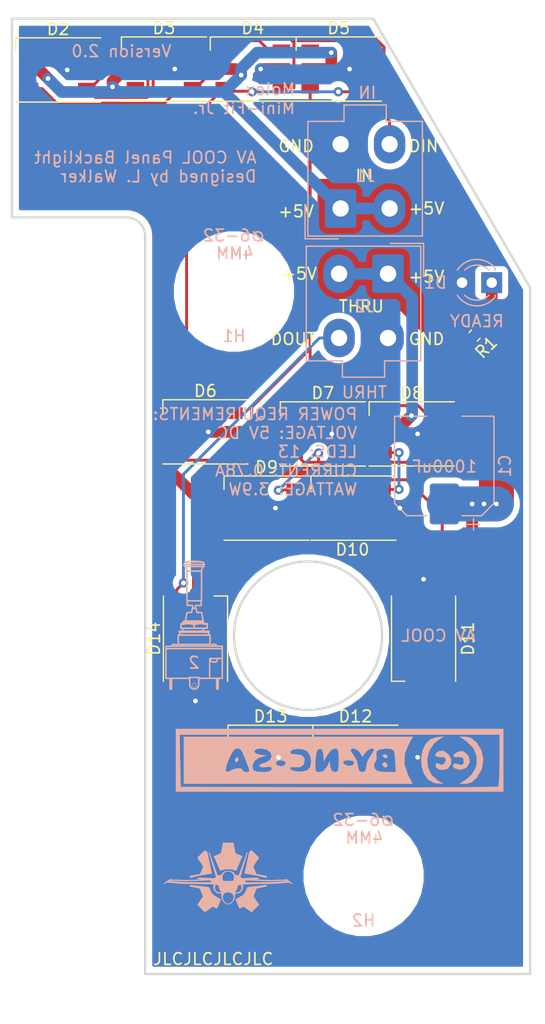
<source format=kicad_pcb>
(kicad_pcb (version 20171130) (host pcbnew "(5.1.6)-1")
  (layers (0 F.Cu signal) (31 B.Cu signal) (34 B.Paste user hide) (35 F.Paste user hide) (36 B.SilkS user) (37 F.SilkS user) (38 B.Mask user hide) (39 F.Mask user) (44 Edge.Cuts user))
  (net 0 "")
  (net 1 /LEDGND)
  (net 2 /LED+5V)
  (net 3 "Net-(D1-Pad1)")
  (net 4 /DATAIN)
  (net 5 "Net-(D10-Pad4)")
  (net 6 /DATAOUT)
  (net 7 "Net-(D2-Pad1)")
  (net 8 "Net-(D2-Pad3)")
  (net 9 "Net-(D2-Pad6)")
  (net 10 "Net-(D3-Pad1)")
  (net 11 "Net-(D3-Pad3)")
  (net 12 "Net-(D4-Pad1)")
  (net 13 "Net-(D4-Pad3)")
  (net 14 "Net-(D5-Pad1)")
  (net 15 "Net-(D5-Pad3)")
  (net 16 "Net-(D6-Pad1)")
  (net 17 "Net-(D6-Pad3)")
  (net 18 "Net-(D7-Pad1)")
  (net 19 "Net-(D7-Pad3)")
  (net 20 "Net-(D8-Pad1)")
  (net 21 "Net-(D10-Pad6)")
  (net 22 "Net-(D9-Pad1)")
  (net 23 "Net-(D10-Pad1)")
  (net 24 "Net-(D10-Pad3)")
  (net 25 "Net-(D11-Pad1)")
  (net 26 "Net-(D11-Pad3)")
  (net 27 "Net-(D12-Pad1)")
  (net 28 "Net-(D12-Pad3)")
  (net 29 "Net-(D13-Pad1)")
  (net 30 "Net-(D13-Pad3)")
  (net 31 "Net-(D14-Pad1)")
  (module OH_Backlighting:S2AL_Toggle_Silkscreen (layer F.Cu) (at 224.282 86.614)
    (fp_text reference G*** hide)
    (fp_text value "S2AL Toggle" hide)
    (fp_text user 2 (at 0.125 3.075) (layer B.SilkS) (effects (justify mirror)))
  )
  (module OH_General:OH_LOGO_ONLY_11x6mm (layer B.Cu) (at 227.33 108.204 180)
    (fp_text reference G*** hide)
    (fp_text value OH_LOGO_ONLY_11x6mm hide)
  )
  (module OH_General:CC-BY-NC-SA-Small (layer B.Cu) (at 236.982 98.044 180)
    (fp_text reference G*** hide)
    (fp_text value LOGO hide)
  )
  (module OH_Backlighting:OH_Panel_6-32_PHS (layer F.Cu) (at 238.950519 107.95001)
    (fp_text reference REF** hide)
    (fp_text value OH_Panel_Fastner_Keepout hide)
    (fp_text user 4MM (at 0.075 -3.275 180) (layer B.SilkS) (effects (justify mirror)))
    (fp_text user H2 (at 0 3.81) (layer B.SilkS) (effects (justify mirror)))
    (fp_text user ⌀6-32 (at 0 -4.8) (layer B.SilkS) (effects (justify mirror)))
    (pad "" np_thru_hole circle (at 0 0) (size 4.3 4.3) (drill 4.3) (layers *.Cu *.Mask) (clearance 3))
  )
  (module OH_Backlighting:OH_Panel_6-32_PHS (layer F.Cu) (at 227.838 57.912)
    (fp_text reference REF** hide)
    (fp_text value OH_Panel_Fastner_Keepout hide)
    (fp_text user 4MM (at 0.075 -3.275 180) (layer B.SilkS) (effects (justify mirror)))
    (fp_text user H1 (at 0 3.81) (layer B.SilkS) (effects (justify mirror)))
    (fp_text user ⌀6-32 (at 0 -4.8) (layer B.SilkS) (effects (justify mirror)))
    (pad "" np_thru_hole circle (at 0 0) (size 4.3 4.3) (drill 4.3) (layers *.Cu *.Mask) (clearance 3))
  )
  (module LED_SMD:LED_WS2812_PLCC6_5.0x5.0mm_P1.6mm (layer F.Cu) (at 224.536 87.63 270)
    (fp_text reference D14 (at 0 3.556 90) (layer F.SilkS))
    (fp_text value WS2813)
    (pad 1 smd rect (at -2.45 -1.6 270) (size 1.5 1) (layers F.Cu F.Paste F.Mask) (net 31 "Net-(D14-Pad1)"))
    (pad 2 smd rect (at -2.45 0 270) (size 1.5 1) (layers F.Cu F.Paste F.Mask) (net 2 /LED+5V))
    (pad 3 smd rect (at -2.45 1.6 270) (size 1.5 1) (layers F.Cu F.Paste F.Mask) (net 6 /DATAOUT))
    (pad 6 smd rect (at 2.45 -1.6 270) (size 1.5 1) (layers F.Cu F.Paste F.Mask) (net 28 "Net-(D12-Pad3)"))
    (pad 5 smd rect (at 2.45 0 270) (size 1.5 1) (layers F.Cu F.Paste F.Mask) (net 1 /LEDGND))
    (pad 4 smd rect (at 2.45 1.6 270) (size 1.5 1) (layers F.Cu F.Paste F.Mask) (net 30 "Net-(D13-Pad3)"))
  )
  (module LED_SMD:LED_WS2812_PLCC6_5.0x5.0mm_P1.6mm (layer F.Cu) (at 230.976 97.79)
    (fp_text reference D13 (at 0 -3.5) (layer F.SilkS))
    (fp_text value WS2813)
    (pad 1 smd rect (at -2.45 -1.6) (size 1.5 1) (layers F.Cu F.Paste F.Mask) (net 29 "Net-(D13-Pad1)"))
    (pad 2 smd rect (at -2.45 0) (size 1.5 1) (layers F.Cu F.Paste F.Mask) (net 2 /LED+5V))
    (pad 3 smd rect (at -2.45 1.6) (size 1.5 1) (layers F.Cu F.Paste F.Mask) (net 30 "Net-(D13-Pad3)"))
    (pad 6 smd rect (at 2.45 -1.6) (size 1.5 1) (layers F.Cu F.Paste F.Mask) (net 26 "Net-(D11-Pad3)"))
    (pad 5 smd rect (at 2.45 0) (size 1.5 1) (layers F.Cu F.Paste F.Mask) (net 1 /LEDGND))
    (pad 4 smd rect (at 2.45 1.6) (size 1.5 1) (layers F.Cu F.Paste F.Mask) (net 28 "Net-(D12-Pad3)"))
  )
  (module LED_SMD:LED_WS2812_PLCC6_5.0x5.0mm_P1.6mm (layer F.Cu) (at 238.252 97.79)
    (fp_text reference D12 (at 0 -3.5) (layer F.SilkS))
    (fp_text value WS2813)
    (pad 1 smd rect (at -2.45 -1.6) (size 1.5 1) (layers F.Cu F.Paste F.Mask) (net 27 "Net-(D12-Pad1)"))
    (pad 2 smd rect (at -2.45 0) (size 1.5 1) (layers F.Cu F.Paste F.Mask) (net 2 /LED+5V))
    (pad 3 smd rect (at -2.45 1.6) (size 1.5 1) (layers F.Cu F.Paste F.Mask) (net 28 "Net-(D12-Pad3)"))
    (pad 6 smd rect (at 2.45 -1.6) (size 1.5 1) (layers F.Cu F.Paste F.Mask) (net 24 "Net-(D10-Pad3)"))
    (pad 5 smd rect (at 2.45 0) (size 1.5 1) (layers F.Cu F.Paste F.Mask) (net 1 /LEDGND))
    (pad 4 smd rect (at 2.45 1.6) (size 1.5 1) (layers F.Cu F.Paste F.Mask) (net 26 "Net-(D11-Pad3)"))
  )
  (module LED_SMD:LED_WS2812_PLCC6_5.0x5.0mm_P1.6mm (layer F.Cu) (at 244.094 87.63 90)
    (fp_text reference D11 (at 0 3.81 90) (layer F.SilkS))
    (fp_text value WS2813)
    (pad 1 smd rect (at -2.45 -1.6 90) (size 1.5 1) (layers F.Cu F.Paste F.Mask) (net 25 "Net-(D11-Pad1)"))
    (pad 2 smd rect (at -2.45 0 90) (size 1.5 1) (layers F.Cu F.Paste F.Mask) (net 2 /LED+5V))
    (pad 3 smd rect (at -2.45 1.6 90) (size 1.5 1) (layers F.Cu F.Paste F.Mask) (net 26 "Net-(D11-Pad3)"))
    (pad 6 smd rect (at 2.45 -1.6 90) (size 1.5 1) (layers F.Cu F.Paste F.Mask) (net 5 "Net-(D10-Pad4)"))
    (pad 5 smd rect (at 2.45 0 90) (size 1.5 1) (layers F.Cu F.Paste F.Mask) (net 1 /LEDGND))
    (pad 4 smd rect (at 2.45 1.6 90) (size 1.5 1) (layers F.Cu F.Paste F.Mask) (net 24 "Net-(D10-Pad3)"))
  )
  (module LED_SMD:LED_WS2812_PLCC6_5.0x5.0mm_P1.6mm (layer F.Cu) (at 238.088 76.454)
    (fp_text reference D10 (at -0.09 3.556) (layer F.SilkS))
    (fp_text value WS2813)
    (pad 1 smd rect (at -2.45 -1.6) (size 1.5 1) (layers F.Cu F.Paste F.Mask) (net 23 "Net-(D10-Pad1)"))
    (pad 2 smd rect (at -2.45 0) (size 1.5 1) (layers F.Cu F.Paste F.Mask) (net 2 /LED+5V))
    (pad 3 smd rect (at -2.45 1.6) (size 1.5 1) (layers F.Cu F.Paste F.Mask) (net 24 "Net-(D10-Pad3)"))
    (pad 6 smd rect (at 2.45 -1.6) (size 1.5 1) (layers F.Cu F.Paste F.Mask) (net 21 "Net-(D10-Pad6)"))
    (pad 5 smd rect (at 2.45 0) (size 1.5 1) (layers F.Cu F.Paste F.Mask) (net 1 /LEDGND))
    (pad 4 smd rect (at 2.45 1.6) (size 1.5 1) (layers F.Cu F.Paste F.Mask) (net 5 "Net-(D10-Pad4)"))
  )
  (module LED_SMD:LED_WS2812_PLCC6_5.0x5.0mm_P1.6mm (layer F.Cu) (at 230.632 76.454)
    (fp_text reference D9 (at 0 -3.5) (layer F.SilkS))
    (fp_text value WS2813)
    (pad 1 smd rect (at -2.45 -1.6) (size 1.5 1) (layers F.Cu F.Paste F.Mask) (net 22 "Net-(D9-Pad1)"))
    (pad 2 smd rect (at -2.45 0) (size 1.5 1) (layers F.Cu F.Paste F.Mask) (net 2 /LED+5V))
    (pad 3 smd rect (at -2.45 1.6) (size 1.5 1) (layers F.Cu F.Paste F.Mask) (net 5 "Net-(D10-Pad4)"))
    (pad 6 smd rect (at 2.45 -1.6) (size 1.5 1) (layers F.Cu F.Paste F.Mask) (net 19 "Net-(D7-Pad3)"))
    (pad 5 smd rect (at 2.45 0) (size 1.5 1) (layers F.Cu F.Paste F.Mask) (net 1 /LEDGND))
    (pad 4 smd rect (at 2.45 1.6) (size 1.5 1) (layers F.Cu F.Paste F.Mask) (net 21 "Net-(D10-Pad6)"))
  )
  (module LED_SMD:LED_WS2812_PLCC6_5.0x5.0mm_P1.6mm (layer F.Cu) (at 243.078 70.104)
    (fp_text reference D8 (at 0 -3.5) (layer F.SilkS))
    (fp_text value WS2813)
    (pad 1 smd rect (at -2.45 -1.6) (size 1.5 1) (layers F.Cu F.Paste F.Mask) (net 20 "Net-(D8-Pad1)"))
    (pad 2 smd rect (at -2.45 0) (size 1.5 1) (layers F.Cu F.Paste F.Mask) (net 2 /LED+5V))
    (pad 3 smd rect (at -2.45 1.6) (size 1.5 1) (layers F.Cu F.Paste F.Mask) (net 21 "Net-(D10-Pad6)"))
    (pad 6 smd rect (at 2.45 -1.6) (size 1.5 1) (layers F.Cu F.Paste F.Mask) (net 17 "Net-(D6-Pad3)"))
    (pad 5 smd rect (at 2.45 0) (size 1.5 1) (layers F.Cu F.Paste F.Mask) (net 1 /LEDGND))
    (pad 4 smd rect (at 2.45 1.6) (size 1.5 1) (layers F.Cu F.Paste F.Mask) (net 19 "Net-(D7-Pad3)"))
  )
  (module LED_SMD:LED_WS2812_PLCC6_5.0x5.0mm_P1.6mm (layer F.Cu) (at 235.458 70.104)
    (fp_text reference D7 (at 0 -3.5) (layer F.SilkS))
    (fp_text value WS2813)
    (pad 1 smd rect (at -2.45 -1.6) (size 1.5 1) (layers F.Cu F.Paste F.Mask) (net 18 "Net-(D7-Pad1)"))
    (pad 2 smd rect (at -2.45 0) (size 1.5 1) (layers F.Cu F.Paste F.Mask) (net 2 /LED+5V))
    (pad 3 smd rect (at -2.45 1.6) (size 1.5 1) (layers F.Cu F.Paste F.Mask) (net 19 "Net-(D7-Pad3)"))
    (pad 6 smd rect (at 2.45 -1.6) (size 1.5 1) (layers F.Cu F.Paste F.Mask) (net 15 "Net-(D5-Pad3)"))
    (pad 5 smd rect (at 2.45 0) (size 1.5 1) (layers F.Cu F.Paste F.Mask) (net 1 /LEDGND))
    (pad 4 smd rect (at 2.45 1.6) (size 1.5 1) (layers F.Cu F.Paste F.Mask) (net 17 "Net-(D6-Pad3)"))
  )
  (module LED_SMD:LED_WS2812_PLCC6_5.0x5.0mm_P1.6mm (layer F.Cu) (at 225.388 69.926)
    (fp_text reference D6 (at 0 -3.5) (layer F.SilkS))
    (fp_text value WS2813)
    (pad 1 smd rect (at -2.45 -1.6) (size 1.5 1) (layers F.Cu F.Paste F.Mask) (net 16 "Net-(D6-Pad1)"))
    (pad 2 smd rect (at -2.45 0) (size 1.5 1) (layers F.Cu F.Paste F.Mask) (net 2 /LED+5V))
    (pad 3 smd rect (at -2.45 1.6) (size 1.5 1) (layers F.Cu F.Paste F.Mask) (net 17 "Net-(D6-Pad3)"))
    (pad 6 smd rect (at 2.45 -1.6) (size 1.5 1) (layers F.Cu F.Paste F.Mask) (net 13 "Net-(D4-Pad3)"))
    (pad 5 smd rect (at 2.45 0) (size 1.5 1) (layers F.Cu F.Paste F.Mask) (net 1 /LEDGND))
    (pad 4 smd rect (at 2.45 1.6) (size 1.5 1) (layers F.Cu F.Paste F.Mask) (net 15 "Net-(D5-Pad3)"))
  )
  (module LED_SMD:LED_WS2812_PLCC6_5.0x5.0mm_P1.6mm (layer F.Cu) (at 236.818 38.862)
    (fp_text reference D5 (at 0 -3.5) (layer F.SilkS))
    (fp_text value WS2813)
    (pad 1 smd rect (at -2.45 -1.6) (size 1.5 1) (layers F.Cu F.Paste F.Mask) (net 14 "Net-(D5-Pad1)"))
    (pad 2 smd rect (at -2.45 0) (size 1.5 1) (layers F.Cu F.Paste F.Mask) (net 2 /LED+5V))
    (pad 3 smd rect (at -2.45 1.6) (size 1.5 1) (layers F.Cu F.Paste F.Mask) (net 15 "Net-(D5-Pad3)"))
    (pad 6 smd rect (at 2.45 -1.6) (size 1.5 1) (layers F.Cu F.Paste F.Mask) (net 11 "Net-(D3-Pad3)"))
    (pad 5 smd rect (at 2.45 0) (size 1.5 1) (layers F.Cu F.Paste F.Mask) (net 1 /LEDGND))
    (pad 4 smd rect (at 2.45 1.6) (size 1.5 1) (layers F.Cu F.Paste F.Mask) (net 13 "Net-(D4-Pad3)"))
  )
  (module LED_SMD:LED_WS2812_PLCC6_5.0x5.0mm_P1.6mm (layer F.Cu) (at 229.452 38.862)
    (fp_text reference D4 (at 0 -3.5) (layer F.SilkS))
    (fp_text value WS2813)
    (pad 1 smd rect (at -2.45 -1.6) (size 1.5 1) (layers F.Cu F.Paste F.Mask) (net 12 "Net-(D4-Pad1)"))
    (pad 2 smd rect (at -2.45 0) (size 1.5 1) (layers F.Cu F.Paste F.Mask) (net 2 /LED+5V))
    (pad 3 smd rect (at -2.45 1.6) (size 1.5 1) (layers F.Cu F.Paste F.Mask) (net 13 "Net-(D4-Pad3)"))
    (pad 6 smd rect (at 2.45 -1.6) (size 1.5 1) (layers F.Cu F.Paste F.Mask) (net 8 "Net-(D2-Pad3)"))
    (pad 5 smd rect (at 2.45 0) (size 1.5 1) (layers F.Cu F.Paste F.Mask) (net 1 /LEDGND))
    (pad 4 smd rect (at 2.45 1.6) (size 1.5 1) (layers F.Cu F.Paste F.Mask) (net 11 "Net-(D3-Pad3)"))
  )
  (module LED_SMD:LED_WS2812_PLCC6_5.0x5.0mm_P1.6mm (layer F.Cu) (at 221.832 38.862)
    (fp_text reference D3 (at 0 -3.5) (layer F.SilkS))
    (fp_text value WS2813)
    (pad 1 smd rect (at -2.45 -1.6) (size 1.5 1) (layers F.Cu F.Paste F.Mask) (net 10 "Net-(D3-Pad1)"))
    (pad 2 smd rect (at -2.45 0) (size 1.5 1) (layers F.Cu F.Paste F.Mask) (net 2 /LED+5V))
    (pad 3 smd rect (at -2.45 1.6) (size 1.5 1) (layers F.Cu F.Paste F.Mask) (net 11 "Net-(D3-Pad3)"))
    (pad 6 smd rect (at 2.45 -1.6) (size 1.5 1) (layers F.Cu F.Paste F.Mask) (net 4 /DATAIN))
    (pad 5 smd rect (at 2.45 0) (size 1.5 1) (layers F.Cu F.Paste F.Mask) (net 1 /LEDGND))
    (pad 4 smd rect (at 2.45 1.6) (size 1.5 1) (layers F.Cu F.Paste F.Mask) (net 8 "Net-(D2-Pad3)"))
  )
  (module LED_SMD:LED_WS2812_PLCC6_5.0x5.0mm_P1.6mm (layer F.Cu) (at 212.762 38.938)
    (fp_text reference D2 (at 0 -3.5) (layer F.SilkS))
    (fp_text value WS2813)
    (pad 1 smd rect (at -2.45 -1.6) (size 1.5 1) (layers F.Cu F.Paste F.Mask) (net 7 "Net-(D2-Pad1)"))
    (pad 2 smd rect (at -2.45 0) (size 1.5 1) (layers F.Cu F.Paste F.Mask) (net 2 /LED+5V))
    (pad 3 smd rect (at -2.45 1.6) (size 1.5 1) (layers F.Cu F.Paste F.Mask) (net 8 "Net-(D2-Pad3)"))
    (pad 6 smd rect (at 2.45 -1.6) (size 1.5 1) (layers F.Cu F.Paste F.Mask) (net 9 "Net-(D2-Pad6)"))
    (pad 5 smd rect (at 2.45 0) (size 1.5 1) (layers F.Cu F.Paste F.Mask) (net 1 /LEDGND))
    (pad 4 smd rect (at 2.45 1.6) (size 1.5 1) (layers F.Cu F.Paste F.Mask) (net 4 /DATAIN))
  )
  (module Resistor_SMD:R_0603_1608Metric (layer F.Cu) (at 248.460847 61.673153 225)
    (fp_text reference R1 (at 0 -1.43 45) (layer F.SilkS))
    (fp_text value R)
    (pad 2 smd roundrect (at 0.7875 0 225) (size 0.875 0.95) (layers F.Cu F.Paste F.Mask) (net 2 /LED+5V))
    (pad 1 smd roundrect (at -0.7875 0 225) (size 0.875 0.95) (layers F.Cu F.Paste F.Mask) (net 3 "Net-(D1-Pad1)"))
  )
  (module Connector_Molex:Molex_Mini-Fit_Jr_5566-04A_2x02_P4.20mm_Vertical (layer B.Cu) (at 241.046 56.388 180)
    (fp_text reference J2 (at 2.032 -2.794) (layer B.SilkS) (effects (justify mirror)))
    (fp_text value Conn_01x04_Female)
    (pad 4 thru_hole oval (at 4.2 -5.5 180) (size 2.7 3.3) (drill 1.4) (layers *.Cu *.Mask) (net 6 /DATAOUT))
    (pad 3 thru_hole oval (at 0 -5.5 180) (size 2.7 3.3) (drill 1.4) (layers *.Cu *.Mask) (net 1 /LEDGND))
    (pad 2 thru_hole oval (at 4.2 0 180) (size 2.7 3.3) (drill 1.4) (layers *.Cu *.Mask) (net 2 /LED+5V))
    (pad 1 thru_hole roundrect (at 0 0 180) (size 2.7 3.3) (drill 1.4) (layers *.Cu *.Mask) (roundrect_rratio 0.09259299999999999) (net 2 /LED+5V))
  )
  (module Connector_Molex:Molex_Mini-Fit_Jr_5566-04A_2x02_P4.20mm_Vertical (layer B.Cu) (at 236.982 50.8)
    (fp_text reference J1 (at 2.1 -2.794) (layer B.SilkS) (effects (justify mirror)))
    (fp_text value Conn_01x04_Female)
    (pad 4 thru_hole oval (at 4.2 -5.5) (size 2.7 3.3) (drill 1.4) (layers *.Cu *.Mask) (net 4 /DATAIN))
    (pad 3 thru_hole oval (at 0 -5.5) (size 2.7 3.3) (drill 1.4) (layers *.Cu *.Mask) (net 1 /LEDGND))
    (pad 2 thru_hole oval (at 4.2 0) (size 2.7 3.3) (drill 1.4) (layers *.Cu *.Mask) (net 2 /LED+5V))
    (pad 1 thru_hole roundrect (at 0 0) (size 2.7 3.3) (drill 1.4) (layers *.Cu *.Mask) (roundrect_rratio 0.09259299999999999) (net 2 /LED+5V))
  )
  (module LED_THT:LED_D3.0mm (layer B.Cu) (at 249.936 57.15 180)
    (fp_text reference D1 (at 4.826 0) (layer B.SilkS) (effects (justify mirror)))
    (fp_text value LED)
    (pad 2 thru_hole circle (at 2.54 0 180) (size 1.8 1.8) (drill 0.9) (layers *.Cu *.Mask) (net 1 /LEDGND))
    (pad 1 thru_hole rect (at 0 0 180) (size 1.8 1.8) (drill 0.9) (layers *.Cu *.Mask) (net 3 "Net-(D1-Pad1)"))
  )
  (module Capacitor_SMD:CP_Elec_8x10 (layer B.Cu) (at 245.872 72.846 90)
    (fp_text reference C1 (at 0 5.2 90) (layer B.SilkS) (effects (justify mirror)))
    (fp_text value C_Polarized)
    (pad 2 smd roundrect (at 3.25 0 90) (size 3.5 2.5) (layers B.Cu B.Paste B.Mask) (roundrect_rratio 0.1) (net 1 /LEDGND))
    (pad 1 smd roundrect (at -3.25 0 90) (size 3.5 2.5) (layers B.Cu B.Paste B.Mask) (roundrect_rratio 0.1) (net 2 /LED+5V))
  )
  (gr_text "Version 2.0" (at 218.186 37.338) (layer B.SilkS) (effects (font (size 1 1)) (justify mirror)))
  (gr_text IN (at 239.014 48.006) (layer F.SilkS) (effects (font (size 1 1))))
  (gr_text THRU (at 238.76 59.182) (layer F.SilkS) (effects (font (size 1 1))))
  (gr_text GND (at 244.348 61.976) (layer F.SilkS) (effects (font (size 1 1))))
  (gr_text DOUT (at 232.918 61.976) (layer F.SilkS) (effects (font (size 1 1))))
  (gr_text DIN (at 244.094 45.466) (layer F.SilkS) (effects (font (size 1 1))))
  (gr_text +5V (at 244.348 56.642) (layer F.SilkS) (effects (font (size 1 1))))
  (gr_text +5V (at 233.426 56.388) (layer F.SilkS) (effects (font (size 1 1))))
  (gr_text +5V (at 244.348 50.8) (layer F.SilkS) (effects (font (size 1 1))))
  (gr_text +5V (at 233.172 51.054) (layer F.SilkS) (effects (font (size 1 1))))
  (gr_text GND (at 233.172 45.466) (layer F.SilkS) (effects (font (size 1 1))))
  (gr_text "AV COOL" (at 245.364 87.376) (layer B.SilkS) (effects (font (size 1 1)) (justify mirror)))
  (gr_text IN (at 239.268 40.894) (layer B.SilkS) (effects (font (size 1 1)) (justify mirror)))
  (gr_circle (center 234.188019 87.37601) (end 240.538019 87.37601) (layer Edge.Cuts) (width 0.2))
  (gr_line (start 208.788 34.544) (end 208.78791 51.562057) (layer Edge.Cuts) (width 0.2))
  (gr_line (start 208.78791 51.562057) (end 218.630544 51.562057) (layer Edge.Cuts) (width 0.2))
  (gr_arc (start 218.630519 53.14951) (end 220.218019 53.14951) (angle -90) (layer Edge.Cuts) (width 0.2))
  (gr_line (start 253.237954 116.332041) (end 253.237954 57.594524) (layer Edge.Cuts) (width 0.2))
  (gr_line (start 220.218019 53.14951) (end 220.217935 116.332041) (layer Edge.Cuts) (width 0.2))
  (gr_line (start 220.217889 116.332041) (end 253.237954 116.332041) (layer Edge.Cuts) (width 0.2))
  (gr_line (start 253.237954 57.594524) (end 239.776 34.544) (layer Edge.Cuts) (width 0.2))
  (gr_line (start 239.776 34.544) (end 208.788 34.544) (layer Edge.Cuts) (width 0.2))
  (gr_text JLCJLCJLCJLC (at 226.06 115.062) (layer F.SilkS) (effects (font (size 1 1))))
  (gr_text 1000uF (at 245.872 72.898) (layer B.SilkS) (effects (font (size 1 1)) (justify mirror)))
  (gr_text "AV COOL Panel Backlight\nDesigned by L. Walker" (at 229.87 47.244) (layer B.SilkS) (effects (font (size 1 1)) (justify left mirror)))
  (gr_text "READY\n" (at 248.666 60.452) (layer B.SilkS) (effects (font (size 1 1)) (justify mirror)))
  (gr_text "Molex\nMini-Fit Jr." (at 233.172 41.402) (layer B.SilkS) (effects (font (size 1 1)) (justify left mirror)))
  (gr_text THRU (at 239.014 66.548) (layer B.SilkS) (effects (font (size 1 1)) (justify mirror)))
  (gr_text "POWER REQUIREMENTS:\nVOLTAGE: 5V DC\nLEDS: 13\nCURRENT: 0.78A\nWATTAGE: 3.9W" (at 238.506 71.628) (layer B.SilkS) (effects (font (size 1 1)) (justify left mirror)))
  (segment (start 240.702 97.79) (end 243.586 97.79) (width 1) (layer F.Cu) (net 1))
  (segment (start 233.426 97.79) (end 231.648 97.79) (width 1) (layer F.Cu) (net 1))
  (segment (start 224.536 90.08) (end 224.536 92.964) (width 1) (layer F.Cu) (net 1))
  (segment (start 233.082 76.454) (end 231.394 76.454) (width 1) (layer F.Cu) (net 1))
  (segment (start 244.094 85.18) (end 244.094 82.55) (width 1) (layer F.Cu) (net 1))
  (segment (start 237.908 70.104) (end 236.22 70.104) (width 1) (layer F.Cu) (net 1))
  (segment (start 245.528 70.104) (end 243.586 70.104) (width 1) (layer F.Cu) (net 1))
  (segment (start 215.212 38.938) (end 213.538 38.938) (width 1) (layer F.Cu) (net 1))
  (segment (start 224.282 38.862) (end 222.758 38.862) (width 1) (layer F.Cu) (net 1))
  (segment (start 231.902 38.862) (end 230.124 38.862) (width 1) (layer F.Cu) (net 1))
  (segment (start 239.268 38.862) (end 237.744 38.862) (width 1) (layer F.Cu) (net 1))
  (via (at 243.586 97.79) (size 1) (layers F.Cu B.Cu) (net 1))
  (via (at 231.648 97.79) (size 1) (layers F.Cu B.Cu) (net 1))
  (via (at 224.536 92.964) (size 1) (layers F.Cu B.Cu) (net 1))
  (via (at 231.394 76.454) (size 1) (layers F.Cu B.Cu) (net 1))
  (via (at 244.094 82.55) (size 1) (layers F.Cu B.Cu) (net 1))
  (via (at 236.22 70.104) (size 1) (layers F.Cu B.Cu) (net 1))
  (via (at 243.586 70.104) (size 1) (layers F.Cu B.Cu) (net 1))
  (via (at 213.538 38.938) (size 1) (layers F.Cu B.Cu) (net 1))
  (via (at 222.758 38.862) (size 1) (layers F.Cu B.Cu) (net 1))
  (via (at 230.124 38.862) (size 1) (layers F.Cu B.Cu) (net 1))
  (via (at 237.744 38.862) (size 1) (layers F.Cu B.Cu) (net 1))
  (segment (start 240.538 76.454) (end 242.062 76.454) (width 1) (layer F.Cu) (net 1))
  (segment (start 242.062 76.454) (end 242.062 76.454) (width 1) (layer F.Cu) (net 1))
  (via (at 242.062 76.454) (size 1) (drill 0.4) (layers F.Cu B.Cu) (net 1))
  (segment (start 227.838 69.926) (end 225.628 69.926) (width 1) (layer F.Cu) (net 1))
  (segment (start 225.628 69.926) (end 225.628 69.926) (width 1) (layer F.Cu) (net 1))
  (via (at 225.628 69.926) (size 1) (drill 0.4) (layers F.Cu B.Cu) (net 1))
  (segment (start 240.628 70.104) (end 242.0783 70.104) (width 1) (layer F.Cu) (net 2))
  (segment (start 243.057 68.5356) (end 242.0783 69.5143) (width 1) (layer F.Cu) (net 2))
  (segment (start 242.0783 69.5143) (end 242.0783 70.104) (width 1) (layer F.Cu) (net 2))
  (segment (start 241.046 56.388) (end 243.1167 58.4587) (width 1) (layer B.Cu) (net 2))
  (segment (start 243.1167 58.4587) (end 243.1167 68.4759) (width 1) (layer B.Cu) (net 2))
  (segment (start 243.1167 68.4759) (end 243.057 68.5356) (width 1) (layer B.Cu) (net 2))
  (segment (start 236.846 56.388) (end 241.046 56.388) (width 1) (layer B.Cu) (net 2))
  (segment (start 230.8482 99.4112) (end 229.2269 97.79) (width 1) (layer F.Cu) (net 2))
  (segment (start 229.2269 97.79) (end 228.526 97.79) (width 1) (layer F.Cu) (net 2))
  (segment (start 237.2523 100.234) (end 236.8796 100.6067) (width 1) (layer F.Cu) (net 2))
  (segment (start 236.8796 100.6067) (end 232.0436 100.6067) (width 1) (layer F.Cu) (net 2))
  (segment (start 232.0436 100.6067) (end 230.8482 99.4112) (width 1) (layer F.Cu) (net 2))
  (segment (start 224.536 86.6303) (end 224.0526 86.6303) (width 1) (layer F.Cu) (net 2))
  (segment (start 224.0526 86.6303) (end 221.6864 88.9965) (width 1) (layer F.Cu) (net 2))
  (segment (start 221.6864 88.9965) (end 221.6864 94.8179) (width 1) (layer F.Cu) (net 2))
  (segment (start 221.6864 94.8179) (end 227.4589 100.5904) (width 1) (layer F.Cu) (net 2))
  (segment (start 227.4589 100.5904) (end 229.669 100.5904) (width 1) (layer F.Cu) (net 2))
  (segment (start 229.669 100.5904) (end 230.8482 99.4112) (width 1) (layer F.Cu) (net 2))
  (segment (start 224.536 85.18) (end 224.536 86.6303) (width 1) (layer F.Cu) (net 2))
  (segment (start 224.536 84.4548) (end 224.536 85.18) (width 1) (layer F.Cu) (net 2))
  (segment (start 224.536 84.4548) (end 224.536 83.7297) (width 1) (layer F.Cu) (net 2))
  (segment (start 237.2523 97.79) (end 237.2523 100.234) (width 1) (layer F.Cu) (net 2))
  (segment (start 237.2523 100.234) (end 237.6087 100.5904) (width 1) (layer F.Cu) (net 2))
  (segment (start 237.6087 100.5904) (end 243.1977 100.5904) (width 1) (layer F.Cu) (net 2))
  (segment (start 243.1977 100.5904) (end 246.8944 96.8937) (width 1) (layer F.Cu) (net 2))
  (segment (start 246.8944 96.8937) (end 246.8944 89.04) (width 1) (layer F.Cu) (net 2))
  (segment (start 246.8944 89.04) (end 245.6108 87.7564) (width 1) (layer F.Cu) (net 2))
  (segment (start 245.6108 87.7564) (end 244.9673 87.7564) (width 1) (layer F.Cu) (net 2))
  (segment (start 244.9673 87.7564) (end 244.094 88.6297) (width 1) (layer F.Cu) (net 2))
  (segment (start 248.262 76.096) (end 248.262 85.1052) (width 1) (layer F.Cu) (net 2))
  (segment (start 248.262 85.1052) (end 245.6108 87.7564) (width 1) (layer F.Cu) (net 2))
  (segment (start 235.802 97.79) (end 237.2523 97.79) (width 1) (layer F.Cu) (net 2))
  (segment (start 228.4523 39.3775) (end 228.4523 38.821) (width 1) (layer B.Cu) (net 2))
  (segment (start 228.4523 38.821) (end 229.8185 37.4548) (width 1) (layer B.Cu) (net 2))
  (segment (start 229.8185 37.4548) (end 236.18 37.4548) (width 1) (layer B.Cu) (net 2))
  (segment (start 227.0059 40.8239) (end 228.4523 39.3775) (width 1) (layer B.Cu) (net 2))
  (segment (start 227.5408 76.454) (end 227.5408 76.4549) (width 1) (layer F.Cu) (net 2))
  (segment (start 227.5408 76.4549) (end 227.5407 76.4549) (width 1) (layer F.Cu) (net 2))
  (segment (start 227.5407 76.4549) (end 224.7446 79.251) (width 1) (layer F.Cu) (net 2))
  (segment (start 224.7446 79.251) (end 224.7446 83.5211) (width 1) (layer F.Cu) (net 2))
  (segment (start 224.7446 83.5211) (end 224.536 83.7297) (width 1) (layer F.Cu) (net 2))
  (segment (start 228.182 76.454) (end 227.5408 76.454) (width 1) (layer F.Cu) (net 2))
  (segment (start 227.4569 76.454) (end 226.7317 76.454) (width 1) (layer F.Cu) (net 2))
  (segment (start 227.4569 76.454) (end 227.5408 76.454) (width 1) (layer F.Cu) (net 2))
  (segment (start 225.5502 75.2033) (end 226.7317 76.3848) (width 1) (layer F.Cu) (net 2))
  (segment (start 226.7317 76.3848) (end 226.7317 76.454) (width 1) (layer F.Cu) (net 2))
  (segment (start 233.008 70.104) (end 232.3088 70.104) (width 1) (layer F.Cu) (net 2))
  (segment (start 232.3088 70.104) (end 231.5576 70.8552) (width 1) (layer F.Cu) (net 2))
  (segment (start 231.5576 70.8552) (end 231.5576 72.4169) (width 1) (layer F.Cu) (net 2))
  (segment (start 230.3298 73.6447) (end 227.1088 73.6447) (width 1) (layer F.Cu) (net 2))
  (segment (start 227.1088 73.6447) (end 225.5502 75.2033) (width 1) (layer F.Cu) (net 2))
  (segment (start 221.4877 69.926) (end 221.4877 72.3915) (width 1) (layer F.Cu) (net 2))
  (segment (start 221.4877 72.3915) (end 224.2995 75.2033) (width 1) (layer F.Cu) (net 2))
  (segment (start 224.2995 75.2033) (end 225.5502 75.2033) (width 1) (layer F.Cu) (net 2))
  (segment (start 222.938 69.926) (end 221.4877 69.926) (width 1) (layer F.Cu) (net 2))
  (segment (start 227.0059 40.8239) (end 236.982 50.8) (width 1) (layer B.Cu) (net 2))
  (segment (start 244.094 90.08) (end 244.094 88.6297) (width 1) (layer F.Cu) (net 2))
  (segment (start 236.982 50.8) (end 241.182 50.8) (width 1) (layer B.Cu) (net 2))
  (segment (start 249.278 76.096) (end 250.34 76.096) (width 3) (layer B.Cu) (net 2))
  (segment (start 245.872 76.096) (end 248.262 76.096) (width 3) (layer B.Cu) (net 2))
  (segment (start 248.262 76.096) (end 249.278 76.096) (width 3) (layer B.Cu) (net 2))
  (via (at 243.057 68.5356) (size 1) (layers F.Cu B.Cu) (net 2))
  (via (at 236.18 37.4548) (size 1) (layers F.Cu B.Cu) (net 2))
  (via (at 228.4523 39.3775) (size 1) (layers F.Cu B.Cu) (net 2))
  (via (at 211.8915 39.6724) (size 1) (layers F.Cu B.Cu) (net 2))
  (via (at 248.262 76.096) (size 1) (layers F.Cu B.Cu) (net 2))
  (via (at 249.278 76.096) (size 1) (layers F.Cu B.Cu) (net 2))
  (via (at 250.34 76.096) (size 1) (layers F.Cu B.Cu) (net 2))
  (segment (start 218.471998 38.862) (end 217.424 39.909998) (width 1) (layer F.Cu) (net 2))
  (segment (start 219.382 38.862) (end 218.471998 38.862) (width 1) (layer F.Cu) (net 2))
  (segment (start 217.424 39.909998) (end 217.424 40.386) (width 1) (layer F.Cu) (net 2))
  (segment (start 217.424 40.386) (end 217.424 40.386) (width 1) (layer F.Cu) (net 2))
  (via (at 217.424 40.386) (size 1) (drill 0.4) (layers F.Cu B.Cu) (net 2))
  (segment (start 227.0059 40.8239) (end 217.7481 40.8239) (width 1) (layer B.Cu) (net 2))
  (segment (start 217.7481 40.7101) (end 217.424 40.386) (width 1) (layer B.Cu) (net 2))
  (segment (start 217.7481 40.8239) (end 217.7481 40.7101) (width 1) (layer B.Cu) (net 2))
  (segment (start 213.043 40.8239) (end 211.8915 39.6724) (width 1) (layer B.Cu) (net 2))
  (segment (start 217.7481 40.8239) (end 213.043 40.8239) (width 1) (layer B.Cu) (net 2))
  (segment (start 211.1571 38.938) (end 211.8915 39.6724) (width 1) (layer F.Cu) (net 2))
  (segment (start 210.312 38.938) (end 211.1571 38.938) (width 1) (layer F.Cu) (net 2))
  (segment (start 227.9368 38.862) (end 228.4523 39.3775) (width 1) (layer F.Cu) (net 2))
  (segment (start 227.002 38.862) (end 227.9368 38.862) (width 1) (layer F.Cu) (net 2))
  (segment (start 236.18 38.8) (end 236.18 37.4548) (width 1) (layer F.Cu) (net 2))
  (segment (start 236.118 38.862) (end 236.18 38.8) (width 1) (layer F.Cu) (net 2))
  (segment (start 234.368 38.862) (end 236.118 38.862) (width 1) (layer F.Cu) (net 2))
  (segment (start 231.850011 73.354011) (end 231.23525 72.73925) (width 1) (layer F.Cu) (net 2))
  (segment (start 237.088001 73.793999) (end 236.648013 73.354011) (width 1) (layer F.Cu) (net 2))
  (segment (start 237.088001 75.914001) (end 237.088001 73.793999) (width 1) (layer F.Cu) (net 2))
  (segment (start 236.648013 73.354011) (end 231.850011 73.354011) (width 1) (layer F.Cu) (net 2))
  (segment (start 236.548002 76.454) (end 237.088001 75.914001) (width 1) (layer F.Cu) (net 2))
  (segment (start 235.638 76.454) (end 236.548002 76.454) (width 1) (layer F.Cu) (net 2))
  (segment (start 231.23525 72.73925) (end 230.3298 73.6447) (width 1) (layer F.Cu) (net 2))
  (segment (start 231.5576 72.4169) (end 231.23525 72.73925) (width 1) (layer F.Cu) (net 2))
  (segment (start 248.262 76.096) (end 250.34 76.096) (width 3) (layer F.Cu) (net 2))
  (segment (start 250.34 65.682) (end 241.046 56.388) (width 3) (layer F.Cu) (net 2))
  (segment (start 250.34 76.096) (end 250.34 65.682) (width 3) (layer F.Cu) (net 2))
  (segment (start 249.017694 61.116306) (end 249.936 60.198) (width 1) (layer F.Cu) (net 3))
  (segment (start 249.936 60.198) (end 249.936 57.15) (width 1) (layer F.Cu) (net 3))
  (segment (start 217.372 37.5133) (end 219.447 35.4379) (width 0.25) (layer F.Cu) (net 4))
  (segment (start 219.447 35.4379) (end 239.164 35.4379) (width 0.25) (layer F.Cu) (net 4))
  (segment (start 239.164 35.4379) (end 240.707 36.9804) (width 0.25) (layer F.Cu) (net 4))
  (segment (start 240.707 36.9804) (end 240.707 42.8497) (width 0.25) (layer F.Cu) (net 4))
  (segment (start 240.707 42.8497) (end 241.182 43.3247) (width 0.25) (layer F.Cu) (net 4))
  (segment (start 241.182 43.3247) (end 241.182 45.3) (width 0.25) (layer F.Cu) (net 4))
  (segment (start 215.212 40.538) (end 215.494 40.538) (width 0.25) (layer F.Cu) (net 4))
  (segment (start 215.494 40.538) (end 217.372 38.66) (width 0.25) (layer F.Cu) (net 4))
  (segment (start 217.372 38.66) (end 217.372 37.5133) (width 0.25) (layer F.Cu) (net 4))
  (segment (start 220.392001 41.287001) (end 215.961001 41.287001) (width 0.25) (layer F.Cu) (net 4))
  (segment (start 223.102579 37.262) (end 220.90701 39.457502) (width 0.25) (layer F.Cu) (net 4))
  (segment (start 215.961001 41.287001) (end 215.212 40.538) (width 0.25) (layer F.Cu) (net 4))
  (segment (start 220.90701 40.771992) (end 220.392001 41.287001) (width 0.25) (layer F.Cu) (net 4))
  (segment (start 220.90701 39.457502) (end 220.90701 40.771992) (width 0.25) (layer F.Cu) (net 4))
  (segment (start 224.282 37.262) (end 223.102579 37.262) (width 0.25) (layer F.Cu) (net 4))
  (segment (start 228.182 78.054) (end 229.257 78.054) (width 0.25) (layer F.Cu) (net 5))
  (segment (start 229.257 78.054) (end 230.533 79.3299) (width 0.25) (layer F.Cu) (net 5))
  (segment (start 230.533 79.3299) (end 238.907 79.3299) (width 0.25) (layer F.Cu) (net 5))
  (segment (start 240.538 78.054) (end 239.463 78.054) (width 0.25) (layer F.Cu) (net 5))
  (segment (start 239.463 78.054) (end 238.907 78.6093) (width 0.25) (layer F.Cu) (net 5))
  (segment (start 238.907 78.6093) (end 238.907 79.3299) (width 0.25) (layer F.Cu) (net 5))
  (segment (start 242.494 85.18) (end 242.494 84.1047) (width 0.25) (layer F.Cu) (net 5))
  (segment (start 242.494 84.1047) (end 238.907 80.5181) (width 0.25) (layer F.Cu) (net 5))
  (segment (start 238.907 80.5181) (end 238.907 79.3299) (width 0.25) (layer F.Cu) (net 5))
  (segment (start 236.846 61.888) (end 235.171 61.888) (width 0.25) (layer B.Cu) (net 6))
  (segment (start 235.171 61.888) (end 223.504 73.5549) (width 0.25) (layer B.Cu) (net 6))
  (segment (start 223.504 73.5549) (end 223.504 82.8621) (width 0.25) (layer B.Cu) (net 6))
  (segment (start 223.504 82.8621) (end 222.936 83.4299) (width 0.25) (layer F.Cu) (net 6))
  (segment (start 222.936 83.4299) (end 222.936 85.18) (width 0.25) (layer F.Cu) (net 6))
  (via (at 223.504 82.8621) (size 0.8) (layers F.Cu B.Cu) (net 6))
  (segment (start 224.282 40.462) (end 224.579 40.462) (width 0.25) (layer F.Cu) (net 8))
  (segment (start 224.579 40.462) (end 225.357 39.6833) (width 0.25) (layer F.Cu) (net 8))
  (segment (start 225.357 39.6833) (end 225.357 37.1834) (width 0.25) (layer F.Cu) (net 8))
  (segment (start 225.357 37.1834) (end 226.104 36.4367) (width 0.25) (layer F.Cu) (net 8))
  (segment (start 226.104 36.4367) (end 230.001 36.4367) (width 0.25) (layer F.Cu) (net 8))
  (segment (start 230.001 36.4367) (end 230.827 37.262) (width 0.25) (layer F.Cu) (net 8))
  (segment (start 230.827 37.262) (end 231.902 37.262) (width 0.25) (layer F.Cu) (net 8))
  (segment (start 210.312 40.538) (end 211.387 40.538) (width 0.25) (layer F.Cu) (net 8))
  (segment (start 211.387 40.538) (end 212.633 41.7835) (width 0.25) (layer F.Cu) (net 8))
  (segment (start 212.633 41.7835) (end 221.885 41.7835) (width 0.25) (layer F.Cu) (net 8))
  (segment (start 221.885 41.7835) (end 223.207 40.462) (width 0.25) (layer F.Cu) (net 8))
  (segment (start 223.207 40.462) (end 224.282 40.462) (width 0.25) (layer F.Cu) (net 8))
  (segment (start 231.902 40.462) (end 232.977 40.462) (width 0.25) (layer F.Cu) (net 11))
  (segment (start 232.977 40.462) (end 232.977 36.6012) (width 0.25) (layer F.Cu) (net 11))
  (segment (start 239.268 37.262) (end 238.193 37.262) (width 0.25) (layer F.Cu) (net 11))
  (segment (start 238.193 37.262) (end 237.367 36.4367) (width 0.25) (layer F.Cu) (net 11))
  (segment (start 237.367 36.4367) (end 233.142 36.4367) (width 0.25) (layer F.Cu) (net 11))
  (segment (start 233.142 36.4367) (end 232.977 36.6012) (width 0.25) (layer F.Cu) (net 11))
  (segment (start 219.382 40.462) (end 220.457 40.462) (width 0.25) (layer F.Cu) (net 11))
  (segment (start 220.457 40.462) (end 220.457 39.2711) (width 0.25) (layer F.Cu) (net 11))
  (segment (start 220.457 39.2711) (end 223.791 35.9372) (width 0.25) (layer F.Cu) (net 11))
  (segment (start 223.791 35.9372) (end 232.313 35.9372) (width 0.25) (layer F.Cu) (net 11))
  (segment (start 232.313 35.9372) (end 232.977 36.6012) (width 0.25) (layer F.Cu) (net 11))
  (segment (start 239.268 40.462) (end 238.1927 40.462) (width 0.25) (layer F.Cu) (net 13))
  (segment (start 236.7866 40.8071) (end 237.8476 40.8071) (width 0.25) (layer F.Cu) (net 13))
  (segment (start 237.8476 40.8071) (end 238.1927 40.462) (width 0.25) (layer F.Cu) (net 13))
  (segment (start 229.3827 40.8071) (end 236.7866 40.8071) (width 0.25) (layer B.Cu) (net 13))
  (segment (start 226.702 40.762) (end 229.3376 40.762) (width 0.25) (layer F.Cu) (net 13))
  (segment (start 229.3376 40.762) (end 229.3827 40.8071) (width 0.25) (layer F.Cu) (net 13))
  (segment (start 226.702 40.762) (end 227.002 40.462) (width 0.25) (layer F.Cu) (net 13))
  (segment (start 227.838 68.326) (end 227.584 68.326) (width 0.25) (layer F.Cu) (net 13))
  (segment (start 227.584 68.326) (end 223.774 64.516) (width 0.25) (layer F.Cu) (net 13))
  (segment (start 223.774 64.516) (end 223.774 43.69) (width 0.25) (layer F.Cu) (net 13))
  (segment (start 223.774 43.69) (end 226.702 40.762) (width 0.25) (layer F.Cu) (net 13))
  (via (at 236.7866 40.8071) (size 0.8) (layers F.Cu B.Cu) (net 13))
  (via (at 229.3827 40.8071) (size 0.8) (layers F.Cu B.Cu) (net 13))
  (segment (start 228.838 71.526) (end 229.362 71.002) (width 0.25) (layer F.Cu) (net 15))
  (segment (start 227.838 71.526) (end 228.838 71.526) (width 0.25) (layer F.Cu) (net 15))
  (segment (start 229.362 71.002) (end 229.362 67.818) (width 0.25) (layer F.Cu) (net 15))
  (segment (start 234.368 40.462) (end 234.368 62.812) (width 0.25) (layer F.Cu) (net 15))
  (segment (start 237.908 68.504) (end 237.414 68.504) (width 0.25) (layer F.Cu) (net 15))
  (segment (start 229.362 67.818) (end 234.368 62.812) (width 0.25) (layer F.Cu) (net 15))
  (segment (start 234.368 64.964) (end 237.908 68.504) (width 0.25) (layer F.Cu) (net 15))
  (segment (start 234.368 62.812) (end 234.368 64.964) (width 0.25) (layer F.Cu) (net 15))
  (segment (start 237.908 71.704) (end 238.983 71.704) (width 0.25) (layer F.Cu) (net 17))
  (segment (start 238.983 71.704) (end 238.983 68.3803) (width 0.25) (layer F.Cu) (net 17))
  (segment (start 238.983 68.3803) (end 239.685 67.6787) (width 0.25) (layer F.Cu) (net 17))
  (segment (start 239.685 67.6787) (end 243.627 67.6787) (width 0.25) (layer F.Cu) (net 17))
  (segment (start 243.627 67.6787) (end 244.453 68.504) (width 0.25) (layer F.Cu) (net 17))
  (segment (start 244.453 68.504) (end 245.528 68.504) (width 0.25) (layer F.Cu) (net 17))
  (segment (start 223.763001 72.351001) (end 222.938 71.526) (width 0.25) (layer F.Cu) (net 17))
  (segment (start 229.81201 71.386992) (end 228.848001 72.351001) (width 0.25) (layer F.Cu) (net 17))
  (segment (start 229.81201 69.864988) (end 229.81201 71.386992) (width 0.25) (layer F.Cu) (net 17))
  (segment (start 231.997999 67.678999) (end 229.81201 69.864988) (width 0.25) (layer F.Cu) (net 17))
  (segment (start 228.848001 72.351001) (end 223.763001 72.351001) (width 0.25) (layer F.Cu) (net 17))
  (segment (start 234.018001 67.678999) (end 231.997999 67.678999) (width 0.25) (layer F.Cu) (net 17))
  (segment (start 234.083001 69.133741) (end 234.083001 67.743999) (width 0.25) (layer F.Cu) (net 17))
  (segment (start 236.65326 71.704) (end 234.083001 69.133741) (width 0.25) (layer F.Cu) (net 17))
  (segment (start 234.083001 67.743999) (end 234.018001 67.678999) (width 0.25) (layer F.Cu) (net 17))
  (segment (start 237.908 71.704) (end 236.65326 71.704) (width 0.25) (layer F.Cu) (net 17))
  (segment (start 233.082 71.778) (end 233.008 71.704) (width 0.25) (layer F.Cu) (net 19))
  (segment (start 233.833001 72.529001) (end 233.008 71.704) (width 0.25) (layer F.Cu) (net 19))
  (segment (start 245.528 71.704) (end 244.702999 72.529001) (width 0.25) (layer F.Cu) (net 19))
  (segment (start 235.089001 72.529001) (end 235.089001 71.742999) (width 0.25) (layer F.Cu) (net 19))
  (segment (start 235.089001 72.529001) (end 233.833001 72.529001) (width 0.25) (layer F.Cu) (net 19))
  (segment (start 244.702999 72.529001) (end 235.089001 72.529001) (width 0.25) (layer F.Cu) (net 19))
  (segment (start 235.089001 71.742999) (end 235.089001 71.742999) (width 0.25) (layer F.Cu) (net 19))
  (via (at 235.089001 71.742999) (size 0.8) (drill 0.4) (layers F.Cu B.Cu) (net 19))
  (segment (start 233.082 74.854) (end 231.648 74.93) (width 0.25) (layer F.Cu) (net 19))
  (segment (start 231.648 74.93) (end 231.724 74.854) (width 0.25) (layer F.Cu) (net 19))
  (via (at 231.648 74.93) (size 0.8) (drill 0.4) (layers F.Cu B.Cu) (net 19))
  (segment (start 234.835001 71.742999) (end 235.089001 71.742999) (width 0.25) (layer B.Cu) (net 19))
  (segment (start 231.648 74.93) (end 234.835001 71.742999) (width 0.25) (layer B.Cu) (net 19))
  (segment (start 239.538 74.854) (end 240.538 74.854) (width 0.25) (layer F.Cu) (net 21))
  (segment (start 237.999888 78.879001) (end 239.462999 77.41589) (width 0.25) (layer F.Cu) (net 21))
  (segment (start 233.157001 78.879001) (end 237.999888 78.879001) (width 0.25) (layer F.Cu) (net 21))
  (segment (start 233.082 78.804) (end 233.157001 78.879001) (width 0.25) (layer F.Cu) (net 21))
  (segment (start 239.462999 74.929001) (end 239.538 74.854) (width 0.25) (layer F.Cu) (net 21))
  (segment (start 239.462999 77.41589) (end 239.462999 74.929001) (width 0.25) (layer F.Cu) (net 21))
  (segment (start 233.082 78.054) (end 233.082 78.804) (width 0.25) (layer F.Cu) (net 21))
  (segment (start 240.628 71.704) (end 241.986 71.704) (width 0.25) (layer F.Cu) (net 21))
  (segment (start 241.986 71.704) (end 241.986 71.704) (width 0.25) (layer F.Cu) (net 21))
  (via (at 241.986 71.704) (size 0.8) (drill 0.4) (layers F.Cu B.Cu) (net 21))
  (segment (start 240.538 74.854) (end 241.986 74.854) (width 0.25) (layer F.Cu) (net 21))
  (segment (start 241.986 74.854) (end 241.986 74.854) (width 0.25) (layer F.Cu) (net 21))
  (via (at 241.986 74.854) (size 0.8) (drill 0.4) (layers F.Cu B.Cu) (net 21))
  (segment (start 241.986 74.854) (end 241.986 71.704) (width 0.25) (layer B.Cu) (net 21))
  (segment (start 245.694 85.18) (end 245.694 86.2553) (width 0.25) (layer F.Cu) (net 24))
  (segment (start 245.694 86.2553) (end 244.54 86.2553) (width 0.25) (layer F.Cu) (net 24))
  (segment (start 244.54 86.2553) (end 241.643 89.1522) (width 0.25) (layer F.Cu) (net 24))
  (segment (start 241.643 89.1522) (end 241.643 95.2302) (width 0.25) (layer F.Cu) (net 24))
  (segment (start 241.643 95.2302) (end 241.777 95.3647) (width 0.25) (layer F.Cu) (net 24))
  (segment (start 241.777 95.3647) (end 241.777 96.19) (width 0.25) (layer F.Cu) (net 24))
  (segment (start 241.777 96.19) (end 240.702 96.19) (width 0.25) (layer F.Cu) (net 24))
  (segment (start 245.694 78.308) (end 245.694 85.18) (width 0.25) (layer F.Cu) (net 24))
  (segment (start 245.694 77.038) (end 245.694 78.308) (width 0.25) (layer F.Cu) (net 24))
  (segment (start 242.6846 74.0286) (end 245.694 77.038) (width 0.25) (layer F.Cu) (net 24))
  (segment (start 237.922 78.054) (end 239.012989 76.963011) (width 0.25) (layer F.Cu) (net 24))
  (segment (start 239.012989 76.963011) (end 239.01299 74.544008) (width 0.25) (layer F.Cu) (net 24))
  (segment (start 239.01299 74.544008) (end 239.528398 74.0286) (width 0.25) (layer F.Cu) (net 24))
  (segment (start 235.638 78.054) (end 237.922 78.054) (width 0.25) (layer F.Cu) (net 24))
  (segment (start 239.528398 74.0286) (end 242.6846 74.0286) (width 0.25) (layer F.Cu) (net 24))
  (segment (start 240.702 99.39) (end 239.627 99.39) (width 0.25) (layer F.Cu) (net 26))
  (segment (start 239.627 99.39) (end 239.627 98.2875) (width 0.25) (layer F.Cu) (net 26))
  (segment (start 239.627 98.2875) (end 236.704 95.3647) (width 0.25) (layer F.Cu) (net 26))
  (segment (start 236.704 95.3647) (end 234.914 95.3647) (width 0.25) (layer F.Cu) (net 26))
  (segment (start 234.914 95.3647) (end 234.501 95.7773) (width 0.25) (layer F.Cu) (net 26))
  (segment (start 234.501 95.7773) (end 234.501 96.19) (width 0.25) (layer F.Cu) (net 26))
  (segment (start 234.501 96.19) (end 233.426 96.19) (width 0.25) (layer F.Cu) (net 26))
  (segment (start 245.694 90.08) (end 245.694 96.8619) (width 0.25) (layer F.Cu) (net 26))
  (segment (start 245.694 96.8619) (end 243.166 99.39) (width 0.25) (layer F.Cu) (net 26))
  (segment (start 243.166 99.39) (end 240.702 99.39) (width 0.25) (layer F.Cu) (net 26))
  (segment (start 235.802 99.39) (end 233.426 99.39) (width 0.25) (layer F.Cu) (net 28))
  (segment (start 233.426 99.39) (end 231.996 99.39) (width 0.25) (layer F.Cu) (net 28))
  (segment (start 231.996 99.39) (end 230.053 97.4469) (width 0.25) (layer F.Cu) (net 28))
  (segment (start 230.053 97.4469) (end 230.053 95.072) (width 0.25) (layer F.Cu) (net 28))
  (segment (start 230.053 95.072) (end 226.136 91.1553) (width 0.25) (layer F.Cu) (net 28))
  (segment (start 226.136 91.1553) (end 226.136 90.08) (width 0.25) (layer F.Cu) (net 28))
  (segment (start 228.526 99.39) (end 227.451 99.39) (width 0.25) (layer F.Cu) (net 30))
  (segment (start 227.451 99.39) (end 222.936 94.8753) (width 0.25) (layer F.Cu) (net 30))
  (segment (start 222.936 94.8753) (end 222.936 90.08) (width 0.25) (layer F.Cu) (net 30))
  (zone (net 1) (net_name /LEDGND) (layer B.Cu) (connect_pads yes (clearance 0.508)) (min_thickness 0.254) (fill yes (arc_segments 32) (thermal_gap 0.508) (thermal_bridge_width 0.508))
    (polygon (pts (xy 254.508 120.65) (xy 208.026 120.142) (xy 207.772 33.782) (xy 254.508 33.02)))
  )
  (zone (net 2) (net_name /LED+5V) (layer F.Cu) (connect_pads yes (clearance 0.508)) (min_thickness 0.254) (fill yes (arc_segments 32) (thermal_gap 0.508) (thermal_bridge_width 0.508))
    (polygon (pts (xy 244.094 59.182) (xy 234.696 59.182) (xy 234.696 48.26) (xy 244.094 48.26)))
  )
)
</source>
